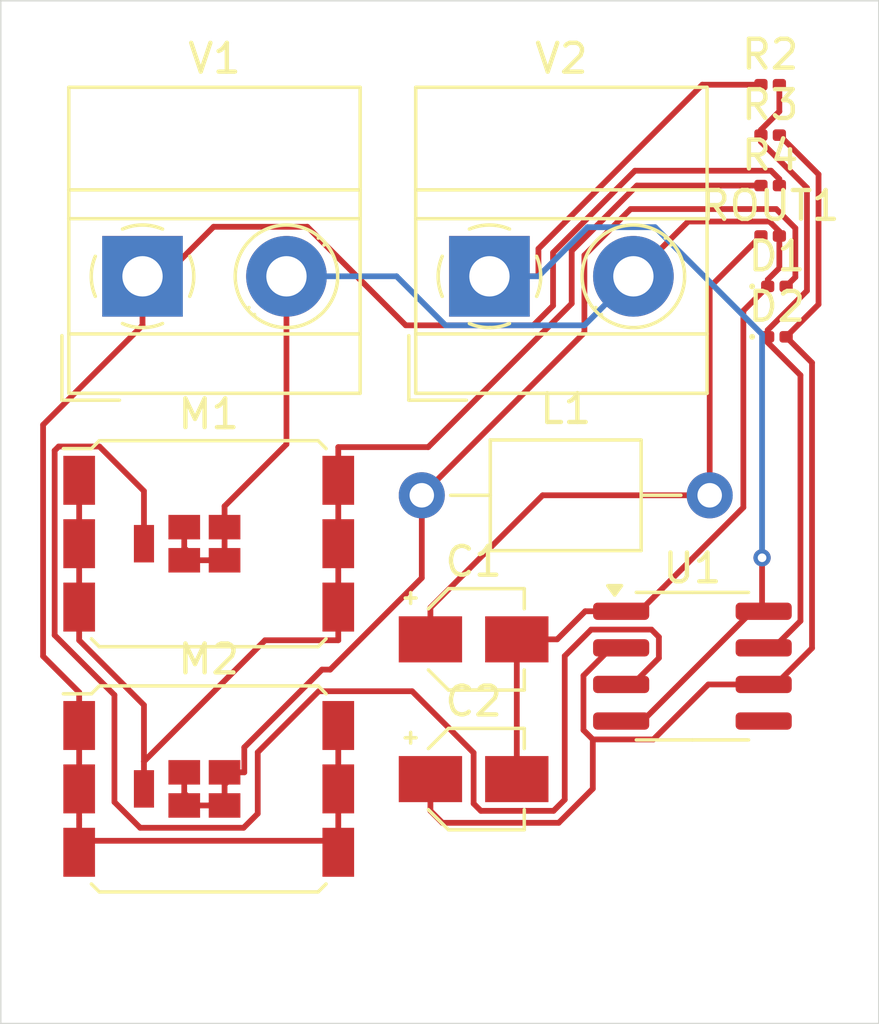
<source format=kicad_pcb>
(kicad_pcb (version 20240108) (generator "pcbnew") (generator_version "8.0")
  (layers (0 "F.Cu" signal) (31 "B.Cu" signal) (34 "B.Paste" user) (35 "F.Paste" user) (36 "B.SilkS" user "B.Silkscreen") (37 "F.SilkS" user "F.Silkscreen") (38 "B.Mask" user) (39 "F.Mask" user) (44 "Edge.Cuts" user))
  (net 0 "")
  (net 1 "0")
  (net 2 "Vo")
  (net 3 "Net-(D2--)")
  (net 4 "Net-(D1--)")
  (net 5 "Net-(D2-+)")
  (net 6 "Net-(M1-D)")
  (net 7 "Net-(M1-G)")
  (net 8 "Vs")
  (net 9 "Net-(U1-RST)")
  (footprint "Capacitor_SMD:CP_Elec_3x5.3" (layer "F.Cu") (at 94.425 80.515)
    (property "Reference" "C2" (at 0 -2.7 0) (layer "F.SilkS"))
    (property "Value" "0.1nF")
    (fp_line (start -2.375 -1.435) (end -2 -1.435) (stroke (width 0.12)) (layer "F.SilkS"))
    (fp_line (start -2.1875 -1.6225) (end -2.1875 -1.2475) (stroke (width 0.12)) (layer "F.SilkS"))
    (fp_line (start -1.570563 -1.06) (end -0.870563 -1.76) (stroke (width 0.12)) (layer "F.SilkS"))
    (fp_line (start -1.570563 1.06) (end -0.870563 1.76) (stroke (width 0.12)) (layer "F.SilkS"))
    (fp_line (start -0.870563 -1.76) (end 1.76 -1.76) (stroke (width 0.12)) (layer "F.SilkS"))
    (fp_line (start -0.870563 1.76) (end 1.76 1.76) (stroke (width 0.12)) (layer "F.SilkS"))
    (fp_line (start 1.76 -1.76) (end 1.76 -1.06) (stroke (width 0.12)) (layer "F.SilkS"))
    (fp_line (start 1.76 1.76) (end 1.76 1.06) (stroke (width 0.12)) (layer "F.SilkS"))
    (pad "1" smd rect (at -1.5 0) (size 2.2 1.6) (layers "F.Cu" "F.Paste" "F.Mask") (net 3 "Net-(D2--)"))
    (pad "2" smd rect (at 1.5 0) (size 2.2 1.6) (layers "F.Cu" "F.Paste" "F.Mask") (net 1 "0"))
  )
  (footprint "Resistor_SMD:R_0201_0603Metric" (layer "F.Cu") (at 104.725 58.165)
    (property "Reference" "R3" (at 0 -1.05 0) (layer "F.SilkS"))
    (property "Value" "56k")
    (pad "1" smd roundrect (at -0.32 0) (size 0.46 0.4) (layers "F.Cu" "F.Mask") (net 5 "Net-(D2-+)"))
    (pad "2" smd roundrect (at 0.32 0) (size 0.46 0.4) (layers "F.Cu" "F.Mask") (net 3 "Net-(D2--)"))
  )
  (footprint "Resistor_SMD:R_0201_0603Metric" (layer "F.Cu") (at 104.725 61.665)
    (property "Reference" "ROUT1" (at 0 -1.05 0) (layer "F.SilkS"))
    (property "Value" "1.15")
    (pad "1" smd roundrect (at -0.32 0) (size 0.46 0.4) (layers "F.Cu" "F.Mask") (net 2 "Vo"))
    (pad "2" smd roundrect (at 0.32 0) (size 0.46 0.4) (layers "F.Cu" "F.Mask") (net 1 "0"))
  )
  (footprint "Capacitor_SMD:CP_Elec_3x5.3" (layer "F.Cu") (at 94.425 75.665)
    (property "Reference" "C1" (at 0 -2.7 0) (layer "F.SilkS"))
    (property "Value" "6.6µ")
    (fp_line (start -2.375 -1.435) (end -2 -1.435) (stroke (width 0.12)) (layer "F.SilkS"))
    (fp_line (start -2.1875 -1.6225) (end -2.1875 -1.2475) (stroke (width 0.12)) (layer "F.SilkS"))
    (fp_line (start -1.570563 -1.06) (end -0.870563 -1.76) (stroke (width 0.12)) (layer "F.SilkS"))
    (fp_line (start -1.570563 1.06) (end -0.870563 1.76) (stroke (width 0.12)) (layer "F.SilkS"))
    (fp_line (start -0.870563 -1.76) (end 1.76 -1.76) (stroke (width 0.12)) (layer "F.SilkS"))
    (fp_line (start -0.870563 1.76) (end 1.76 1.76) (stroke (width 0.12)) (layer "F.SilkS"))
    (fp_line (start 1.76 -1.76) (end 1.76 -1.06) (stroke (width 0.12)) (layer "F.SilkS"))
    (fp_line (start 1.76 1.76) (end 1.76 1.06) (stroke (width 0.12)) (layer "F.SilkS"))
    (pad "1" smd rect (at -1.5 0) (size 2.2 1.6) (layers "F.Cu" "F.Paste" "F.Mask") (net 2 "Vo"))
    (pad "2" smd rect (at 1.5 0) (size 2.2 1.6) (layers "F.Cu" "F.Paste" "F.Mask") (net 1 "0"))
  )
  (footprint "Package_SO:SOIC-8_3.9x4.9mm_P1.27mm" (layer "F.Cu") (at 102.025 76.595)
    (property "Reference" "U1" (at 0 -3.4 0) (layer "F.SilkS"))
    (property "Value" "NE555")
    (fp_line (start 0 -2.56) (end -1.95 -2.56) (stroke (width 0.12)) (layer "F.SilkS"))
    (fp_line (start 0 -2.56) (end 1.95 -2.56) (stroke (width 0.12)) (layer "F.SilkS"))
    (fp_line (start 0 2.56) (end -1.95 2.56) (stroke (width 0.12)) (layer "F.SilkS"))
    (fp_line (start 0 2.56) (end 1.95 2.56) (stroke (width 0.12)) (layer "F.SilkS"))
    (fp_poly (pts (xy -2.7 -2.465) (xy -2.94 -2.795) (xy -2.46 -2.795) (xy -2.7 -2.465)) (stroke (width 0.12)) (fill solid) (layer "F.SilkS"))
    (pad "1" smd roundrect (at -2.475 -1.905) (size 1.95 0.6) (layers "F.Cu" "F.Paste" "F.Mask") (net 1 "0"))
    (pad "2" smd roundrect (at -2.475 -0.635) (size 1.95 0.6) (layers "F.Cu" "F.Paste" "F.Mask") (net 3 "Net-(D2--)"))
    (pad "3" smd roundrect (at -2.475 0.635) (size 1.95 0.6) (layers "F.Cu" "F.Paste" "F.Mask") (net 7 "Net-(M1-G)"))
    (pad "4" smd roundrect (at -2.475 1.905) (size 1.95 0.6) (layers "F.Cu" "F.Paste" "F.Mask") (net 9 "Net-(U1-RST)"))
    (pad "5" smd roundrect (at 2.475 1.905) (size 1.95 0.6) (layers "F.Cu" "F.Paste" "F.Mask"))
    (pad "6" smd roundrect (at 2.475 0.635) (size 1.95 0.6) (layers "F.Cu" "F.Paste" "F.Mask") (net 3 "Net-(D2--)"))
    (pad "7" smd roundrect (at 2.475 -0.635) (size 1.95 0.6) (layers "F.Cu" "F.Paste" "F.Mask") (net 5 "Net-(D2-+)"))
    (pad "8" smd roundrect (at 2.475 -1.905) (size 1.95 0.6) (layers "F.Cu" "F.Paste" "F.Mask") (net 9 "Net-(U1-RST)"))
  )
  (footprint "TerminalBlock_MetzConnect:TerminalBlock_MetzConnect_Type011_RT05502HBWC_1x02_P5.00mm_Horizontal" (layer "F.Cu") (at 82.925 63.065)
    (property "Reference" "V1" (at 2.5 -7.56 0) (layer "F.SilkS"))
    (property "Value" "24v")
    (fp_line (start -2.8 2.06) (end -2.8 4.3) (stroke (width 0.12)) (layer "F.SilkS"))
    (fp_line (start -2.8 4.3) (end -0.8 4.3) (stroke (width 0.12)) (layer "F.SilkS"))
    (fp_line (start -2.56 -6.56) (end -2.56 4.06) (stroke (width 0.12)) (layer "F.SilkS"))
    (fp_line (start -2.56 -6.56) (end 7.56 -6.56) (stroke (width 0.12)) (layer "F.SilkS"))
    (fp_line (start -2.56 -3) (end 7.56 -3) (stroke (width 0.12)) (layer "F.SilkS"))
    (fp_line (start -2.56 -2) (end 7.56 -2) (stroke (width 0.12)) (layer "F.SilkS"))
    (fp_line (start -2.56 2) (end 7.56 2) (stroke (width 0.12)) (layer "F.SilkS"))
    (fp_line (start -2.56 4.06) (end 7.56 4.06) (stroke (width 0.12)) (layer "F.SilkS"))
    (fp_line (start 3.7 1.083) (end 3.65 1.133) (stroke (width 0.12)) (layer "F.SilkS"))
    (fp_line (start 3.892 1.325) (end 3.868 1.35) (stroke (width 0.12)) (layer "F.SilkS"))
    (fp_line (start 6.133 -1.35) (end 6.108 -1.326) (stroke (width 0.12)) (layer "F.SilkS"))
    (fp_line (start 6.35 -1.133) (end 6.301 -1.083) (stroke (width 0.12)) (layer "F.SilkS"))
    (fp_line (start 7.56 -6.56) (end 7.56 4.06) (stroke (width 0.12)) (layer "F.SilkS"))
    (fp_arc (start -1.639206 0.695516) (mid -1.780657 -0.000263) (end -1.639 -0.696) (stroke (width 0.12)) (layer "F.SilkS"))
    (fp_arc (start -0.695516 -1.639206) (mid 0.000263 -1.780657) (end 0.696 -1.639) (stroke (width 0.12)) (layer "F.SilkS"))
    (fp_arc (start 0.030814 1.78039) (mid -0.340023 1.747891) (end -0.696 1.639) (stroke (width 0.12)) (layer "F.SilkS"))
    (fp_arc (start 0.695501 1.638499) (mid 0.354875 1.744266) (end 0 1.78) (stroke (width 0.12)) (layer "F.SilkS"))
    (fp_arc (start 1.639206 -0.695516) (mid 1.780657 0.000263) (end 1.639 0.696) (stroke (width 0.12)) (layer "F.SilkS"))
    (fp_circle (center 5 0) (end 6.78 0) (stroke (width 0.12)) (fill none) (layer "F.SilkS"))
    (pad "1" thru_hole rect (at 0 0) (size 2.8 2.8) (drill 1.4) (layers "*.Cu" "*.Mask") (net 8 "Vs"))
    (pad "2" thru_hole circle (at 5 0) (size 2.8 2.8) (drill 1.4) (layers "*.Cu" "*.Mask") (net 1 "0"))
  )
  (footprint "Diode_SMD:D_0201_0603Metric" (layer "F.Cu") (at 104.96 63.415)
    (property "Reference" "D1" (at 0 -1.05 0) (layer "F.SilkS"))
    (property "Value" "D")
    (fp_circle (center -0.86 0) (end -0.81 0) (stroke (width 0.1)) (fill none) (layer "F.SilkS"))
    (pad "1" smd roundrect (at -0.32 0) (size 0.46 0.4) (layers "F.Cu" "F.Mask") (net 1 "0"))
    (pad "2" smd roundrect (at 0.32 0) (size 0.46 0.4) (layers "F.Cu" "F.Mask") (net 4 "Net-(D1--)"))
  )
  (footprint "Package_DirectFET:DirectFET_L4" (layer "F.Cu") (at 85.225 72.345)
    (property "Reference" "M1" (at 0 -4.5 0) (layer "F.SilkS"))
    (property "Value" "BSZ065N06LS5")
    (fp_line (start -5.05 -3.3) (end -4.075 -3.3) (stroke (width 0.12)) (layer "F.SilkS"))
    (fp_line (start -4.075 -3.3) (end -3.8 -3.575) (stroke (width 0.12)) (layer "F.SilkS"))
    (fp_line (start -4.075 3.3) (end -3.8 3.575) (stroke (width 0.12)) (layer "F.SilkS"))
    (fp_line (start 3.8 -3.575) (end -3.8 -3.575) (stroke (width 0.12)) (layer "F.SilkS"))
    (fp_line (start 3.8 3.575) (end -3.8 3.575) (stroke (width 0.12)) (layer "F.SilkS"))
    (fp_line (start 4.075 -3.3) (end 3.8 -3.575) (stroke (width 0.12)) (layer "F.SilkS"))
    (fp_line (start 4.075 3.3) (end 3.8 3.575) (stroke (width 0.12)) (layer "F.SilkS"))
    (pad "1" smd rect (at -4.5 -2.2) (size 1.1 1.7) (layers "F.Cu" "F.Paste" "F.Mask") (net 6 "Net-(M1-D)"))
    (pad "1" smd rect (at -4.5 0) (size 1.1 1.7) (layers "F.Cu" "F.Paste" "F.Mask") (net 6 "Net-(M1-D)"))
    (pad "1" smd rect (at -4.5 2.2) (size 1.1 1.7) (layers "F.Cu" "F.Paste" "F.Mask") (net 6 "Net-(M1-D)"))
    (pad "1" smd rect (at 4.5 -2.2) (size 1.1 1.7) (layers "F.Cu" "F.Paste" "F.Mask") (net 6 "Net-(M1-D)"))
    (pad "1" smd rect (at 4.5 0) (size 1.1 1.7) (layers "F.Cu" "F.Paste" "F.Mask") (net 6 "Net-(M1-D)"))
    (pad "1" smd rect (at 4.5 2.2) (size 1.1 1.7) (layers "F.Cu" "F.Paste" "F.Mask") (net 6 "Net-(M1-D)"))
    (pad "2" smd rect (at -2.25 0) (size 0.7 1.3) (layers "F.Cu" "F.Paste" "F.Mask") (net 7 "Net-(M1-G)"))
    (pad "3" smd rect (at -0.85 -0.575) (size 1.1 0.85) (layers "F.Cu" "F.Paste" "F.Mask") (net 1 "0"))
    (pad "3" smd rect (at -0.85 0.575) (size 1.1 0.85) (layers "F.Cu" "F.Paste" "F.Mask") (net 1 "0"))
    (pad "3" smd rect (at 0.55 -0.575) (size 1.1 0.85) (layers "F.Cu" "F.Paste" "F.Mask") (net 1 "0"))
    (pad "3" smd rect (at 0.55 0.575) (size 1.1 0.85) (layers "F.Cu" "F.Paste" "F.Mask") (net 1 "0"))
  )
  (footprint "Package_DirectFET:DirectFET_L4" (layer "F.Cu") (at 85.225 80.855)
    (property "Reference" "M2" (at 0 -4.5 0) (layer "F.SilkS"))
    (property "Value" "BSZ065N06LS5")
    (fp_line (start -5.05 -3.3) (end -4.075 -3.3) (stroke (width 0.12)) (layer "F.SilkS"))
    (fp_line (start -4.075 -3.3) (end -3.8 -3.575) (stroke (width 0.12)) (layer "F.SilkS"))
    (fp_line (start -4.075 3.3) (end -3.8 3.575) (stroke (width 0.12)) (layer "F.SilkS"))
    (fp_line (start 3.8 -3.575) (end -3.8 -3.575) (stroke (width 0.12)) (layer "F.SilkS"))
    (fp_line (start 3.8 3.575) (end -3.8 3.575) (stroke (width 0.12)) (layer "F.SilkS"))
    (fp_line (start 4.075 -3.3) (end 3.8 -3.575) (stroke (width 0.12)) (layer "F.SilkS"))
    (fp_line (start 4.075 3.3) (end 3.8 3.575) (stroke (width 0.12)) (layer "F.SilkS"))
    (pad "1" smd rect (at -4.5 -2.2) (size 1.1 1.7) (layers "F.Cu" "F.Paste" "F.Mask") (net 8 "Vs"))
    (pad "1" smd rect (at -4.5 0) (size 1.1 1.7) (layers "F.Cu" "F.Paste" "F.Mask") (net 8 "Vs"))
    (pad "1" smd rect (at -4.5 2.2) (size 1.1 1.7) (layers "F.Cu" "F.Paste" "F.Mask") (net 8 "Vs"))
    (pad "1" smd rect (at 4.5 -2.2) (size 1.1 1.7) (layers "F.Cu" "F.Paste" "F.Mask") (net 8 "Vs"))
    (pad "1" smd rect (at 4.5 0) (size 1.1 1.7) (layers "F.Cu" "F.Paste" "F.Mask") (net 8 "Vs"))
    (pad "1" smd rect (at 4.5 2.2) (size 1.1 1.7) (layers "F.Cu" "F.Paste" "F.Mask") (net 8 "Vs"))
    (pad "2" smd rect (at -2.25 0) (size 0.7 1.3) (layers "F.Cu" "F.Paste" "F.Mask") (net 6 "Net-(M1-D)"))
    (pad "3" smd rect (at -0.85 -0.575) (size 1.1 0.85) (layers "F.Cu" "F.Paste" "F.Mask") (net 4 "Net-(D1--)"))
    (pad "3" smd rect (at -0.85 0.575) (size 1.1 0.85) (layers "F.Cu" "F.Paste" "F.Mask") (net 4 "Net-(D1--)"))
    (pad "3" smd rect (at 0.55 -0.575) (size 1.1 0.85) (layers "F.Cu" "F.Paste" "F.Mask") (net 4 "Net-(D1--)"))
    (pad "3" smd rect (at 0.55 0.575) (size 1.1 0.85) (layers "F.Cu" "F.Paste" "F.Mask") (net 4 "Net-(D1--)"))
  )
  (footprint "Resistor_SMD:R_0201_0603Metric" (layer "F.Cu") (at 104.725 56.415)
    (property "Reference" "R2" (at 0 -1.05 0) (layer "F.SilkS"))
    (property "Value" "100k")
    (pad "1" smd roundrect (at -0.32 0) (size 0.46 0.4) (layers "F.Cu" "F.Mask") (net 9 "Net-(U1-RST)"))
    (pad "2" smd roundrect (at 0.32 0) (size 0.46 0.4) (layers "F.Cu" "F.Mask") (net 5 "Net-(D2-+)"))
  )
  (footprint "Diode_SMD:D_0201_0603Metric" (layer "F.Cu") (at 104.96 65.165)
    (property "Reference" "D2" (at 0 -1.05 0) (layer "F.SilkS"))
    (property "Value" "1N4148")
    (fp_circle (center -0.86 0) (end -0.81 0) (stroke (width 0.1)) (fill none) (layer "F.SilkS"))
    (pad "1" smd roundrect (at -0.32 0) (size 0.46 0.4) (layers "F.Cu" "F.Mask") (net 5 "Net-(D2-+)"))
    (pad "2" smd roundrect (at 0.32 0) (size 0.46 0.4) (layers "F.Cu" "F.Mask") (net 3 "Net-(D2--)"))
  )
  (footprint "TerminalBlock_MetzConnect:TerminalBlock_MetzConnect_Type011_RT05502HBWC_1x02_P5.00mm_Horizontal" (layer "F.Cu") (at 94.975 63.065)
    (property "Reference" "V2" (at 2.5 -7.56 0) (layer "F.SilkS"))
    (property "Value" "5")
    (fp_line (start -2.8 2.06) (end -2.8 4.3) (stroke (width 0.12)) (layer "F.SilkS"))
    (fp_line (start -2.8 4.3) (end -0.8 4.3) (stroke (width 0.12)) (layer "F.SilkS"))
    (fp_line (start -2.56 -6.56) (end -2.56 4.06) (stroke (width 0.12)) (layer "F.SilkS"))
    (fp_line (start -2.56 -6.56) (end 7.56 -6.56) (stroke (width 0.12)) (layer "F.SilkS"))
    (fp_line (start -2.56 -3) (end 7.56 -3) (stroke (width 0.12)) (layer "F.SilkS"))
    (fp_line (start -2.56 -2) (end 7.56 -2) (stroke (width 0.12)) (layer "F.SilkS"))
    (fp_line (start -2.56 2) (end 7.56 2) (stroke (width 0.12)) (layer "F.SilkS"))
    (fp_line (start -2.56 4.06) (end 7.56 4.06) (stroke (width 0.12)) (layer "F.SilkS"))
    (fp_line (start 3.7 1.083) (end 3.65 1.133) (stroke (width 0.12)) (layer "F.SilkS"))
    (fp_line (start 3.892 1.325) (end 3.868 1.35) (stroke (width 0.12)) (layer "F.SilkS"))
    (fp_line (start 6.133 -1.35) (end 6.108 -1.326) (stroke (width 0.12)) (layer "F.SilkS"))
    (fp_line (start 6.35 -1.133) (end 6.301 -1.083) (stroke (width 0.12)) (layer "F.SilkS"))
    (fp_line (start 7.56 -6.56) (end 7.56 4.06) (stroke (width 0.12)) (layer "F.SilkS"))
    (fp_arc (start -1.639206 0.695516) (mid -1.780657 -0.000263) (end -1.639 -0.696) (stroke (width 0.12)) (layer "F.SilkS"))
    (fp_arc (start -0.695516 -1.639206) (mid 0.000263 -1.780657) (end 0.696 -1.639) (stroke (width 0.12)) (layer "F.SilkS"))
    (fp_arc (start 0.030814 1.78039) (mid -0.340023 1.747891) (end -0.696 1.639) (stroke (width 0.12)) (layer "F.SilkS"))
    (fp_arc (start 0.695501 1.638499) (mid 0.354875 1.744266) (end 0 1.78) (stroke (width 0.12)) (layer "F.SilkS"))
    (fp_arc (start 1.639206 -0.695516) (mid 1.780657 0.000263) (end 1.639 0.696) (stroke (width 0.12)) (layer "F.SilkS"))
    (fp_circle (center 5 0) (end 6.78 0) (stroke (width 0.12)) (fill none) (layer "F.SilkS"))
    (pad "1" thru_hole rect (at 0 0) (size 2.8 2.8) (drill 1.4) (layers "*.Cu" "*.Mask") (net 9 "Net-(U1-RST)"))
    (pad "2" thru_hole circle (at 5 0) (size 2.8 2.8) (drill 1.4) (layers "*.Cu" "*.Mask") (net 1 "0"))
  )
  (footprint "Inductor_THT:L_Axial_L5.0mm_D3.6mm_P10.00mm_Horizontal_Murata_BL01RN1A2A2" (layer "F.Cu") (at 92.625 70.665)
    (property "Reference" "L1" (at 5 -3 0) (layer "F.SilkS"))
    (property "Value" "100µ")
    (fp_line (start 1 0) (end 2.38 0) (stroke (width 0.12)) (layer "F.SilkS"))
    (fp_line (start 2.38 -1.92) (end 2.38 1.92) (stroke (width 0.12)) (layer "F.SilkS"))
    (fp_line (start 2.38 1.92) (end 7.62 1.92) (stroke (width 0.12)) (layer "F.SilkS"))
    (fp_line (start 7.62 -1.92) (end 2.38 -1.92) (stroke (width 0.12)) (layer "F.SilkS"))
    (fp_line (start 7.62 1.92) (end 7.62 -1.92) (stroke (width 0.12)) (layer "F.SilkS"))
    (fp_line (start 9 0) (end 7.62 0) (stroke (width 0.12)) (layer "F.SilkS"))
    (pad "1" thru_hole circle (at 0 0) (size 1.6 1.6) (drill 0.85) (layers "*.Cu" "*.Mask") (net 4 "Net-(D1--)"))
    (pad "2" thru_hole oval (at 10 0) (size 1.6 1.6) (drill 0.85) (layers "*.Cu" "*.Mask") (net 2 "Vo"))
  )
  (footprint "Resistor_SMD:R_0201_0603Metric" (layer "F.Cu") (at 104.725 59.915)
    (property "Reference" "R4" (at 0 -1.05 0) (layer "F.SilkS"))
    (property "Value" "1k")
    (pad "1" smd roundrect (at -0.32 0) (size 0.46 0.4) (layers "F.Cu" "F.Mask") (net 6 "Net-(M1-D)"))
    (pad "2" smd roundrect (at 0.32 0) (size 0.46 0.4) (layers "F.Cu" "F.Mask") (net 8 "Vs"))
  )
  (gr_rect (start 78 53.5) (end 108.5 89) (stroke (width 0.05)) (fill none) (layer "Edge.Cuts"))
  (segment (start 95.925 75.665) (end 97.3267 75.665) (width 0.2) (layer "F.Cu") (net 1))
  (segment (start 84.8009 72.92) (end 84.3776 72.4967) (width 0.2) (layer "F.Cu") (net 1))
  (segment (start 84.3776 72.4967) (end 84.375 72.4967) (width 0.2) (layer "F.Cu") (net 1))
  (segment (start 105.045 61.665) (end 105.045 61.5063) (width 0.2) (layer "F.Cu") (net 1))
  (segment (start 103.7946 71.0866) (end 103.7946 64.2604) (width 0.2) (layer "F.Cu") (net 1))
  (segment (start 105.045 61.665) (end 105.045 62.7772) (width 0.2) (layer "F.Cu") (net 1))
  (segment (start 101.8771 61.1629) (end 99.975 63.065) (width 0.2) (layer "F.Cu") (net 1))
  (segment (start 104.7016 61.1629) (end 101.8771 61.1629) (width 0.2) (layer "F.Cu") (net 1))
  (segment (start 85.775 72.92) (end 85.2267 72.92) (width 0.2) (layer "F.Cu") (net 1))
  (segment (start 103.7946 64.2604) (end 104.64 63.415) (width 0.2) (layer "F.Cu") (net 1))
  (segment (start 99.55 74.69) (end 100.1912 74.69) (width 0.2) (layer "F.Cu") (net 1))
  (segment (start 84.8009 72.92) (end 85.2267 72.92) (width 0.2) (layer "F.Cu") (net 1))
  (segment (start 105.045 62.7772) (end 104.64 63.1822) (width 0.2) (layer "F.Cu") (net 1))
  (segment (start 85.775 71.77) (end 85.775 71.0433) (width 0.2) (layer "F.Cu") (net 1))
  (segment (start 98.3017 74.69) (end 99.55 74.69) (width 0.2) (layer "F.Cu") (net 1))
  (segment (start 97.3267 75.665) (end 98.3017 74.69) (width 0.2) (layer "F.Cu") (net 1))
  (segment (start 84.375 72.92) (end 84.8009 72.92) (width 0.2) (layer "F.Cu") (net 1))
  (segment (start 95.925 80.515) (end 95.925 75.665) (width 0.2) (layer "F.Cu") (net 1))
  (segment (start 105.045 61.5063) (end 104.7016 61.1629) (width 0.2) (layer "F.Cu") (net 1))
  (segment (start 87.925 63.065) (end 87.925 68.8933) (width 0.2) (layer "F.Cu") (net 1))
  (segment (start 84.375 71.77) (end 84.375 72.4967) (width 0.2) (layer "F.Cu") (net 1))
  (segment (start 85.775 72.92) (end 85.775 71.77) (width 0.2) (layer "F.Cu") (net 1))
  (segment (start 87.925 68.8933) (end 85.775 71.0433) (width 0.2) (layer "F.Cu") (net 1))
  (segment (start 100.1912 74.69) (end 103.7946 71.0866) (width 0.2) (layer "F.Cu") (net 1))
  (segment (start 104.64 63.1822) (end 104.64 63.415) (width 0.2) (layer "F.Cu") (net 1))
  (segment (start 87.925 63.065) (end 91.7484 63.065) (width 0.2) (layer "B.Cu") (net 1))
  (segment (start 93.45 64.7667) (end 98.2733 64.7667) (width 0.2) (layer "B.Cu") (net 1))
  (segment (start 91.7484 63.065) (end 91.7484 63.0651) (width 0.2) (layer "B.Cu") (net 1))
  (segment (start 91.7484 63.0651) (end 93.45 64.7667) (width 0.2) (layer "B.Cu") (net 1))
  (segment (start 98.2733 64.7667) (end 99.975 63.065) (width 0.2) (layer "B.Cu") (net 1))
  (segment (start 92.925 74.5633) (end 96.8233 70.665) (width 0.2) (layer "F.Cu") (net 2))
  (segment (start 102.625 70.665) (end 102.625 63.445) (width 0.2) (layer "F.Cu") (net 2))
  (segment (start 102.625 63.445) (end 104.405 61.665) (width 0.2) (layer "F.Cu") (net 2))
  (segment (start 96.8233 70.665) (end 102.625 70.665) (width 0.2) (layer "F.Cu") (net 2))
  (segment (start 92.925 75.665) (end 92.925 74.5633) (width 0.2) (layer "F.Cu") (net 2))
  (segment (start 106.1794 75.968) (end 104.9174 77.23) (width 0.2) (layer "F.Cu") (net 3))
  (segment (start 106.1794 66.0644) (end 106.1794 75.968) (width 0.2) (layer "F.Cu") (net 3))
  (segment (start 106.4057 59.5257) (end 105.045 58.165) (width 0.2) (layer "F.Cu") (net 3))
  (segment (start 93.3403 82.032) (end 92.925 81.6167) (width 0.2) (layer "F.Cu") (net 3))
  (segment (start 98.2408 76.9244) (end 99.2052 75.96) (width 0.2) (layer "F.Cu") (net 3))
  (segment (start 105.28 65.165) (end 106.1794 66.0644) (width 0.2) (layer "F.Cu") (net 3))
  (segment (start 104.9174 77.23) (end 104.5 77.23) (width 0.2) (layer "F.Cu") (net 3))
  (segment (start 104.5 77.23) (end 102.5783 77.23) (width 0.2) (layer "F.Cu") (net 3))
  (segment (start 99.2052 75.96) (end 99.55 75.96) (width 0.2) (layer "F.Cu") (net 3))
  (segment (start 100.6697 79.1386) (end 98.5651 79.1386) (width 0.2) (layer "F.Cu") (net 3))
  (segment (start 92.925 80.515) (end 92.925 81.6167) (width 0.2) (layer "F.Cu") (net 3))
  (segment (start 102.5783 77.23) (end 100.6697 79.1386) (width 0.2) (layer "F.Cu") (net 3))
  (segment (start 98.5651 79.1386) (end 98.2408 78.8143) (width 0.2) (layer "F.Cu") (net 3))
  (segment (start 97.3817 82.032) (end 93.3403 82.032) (width 0.2) (layer "F.Cu") (net 3))
  (segment (start 98.5651 79.1386) (end 98.5651 80.8486) (width 0.2) (layer "F.Cu") (net 3))
  (segment (start 98.5651 80.8486) (end 97.3817 82.032) (width 0.2) (layer "F.Cu") (net 3))
  (segment (start 105.28 65.165) (end 106.4057 64.0393) (width 0.2) (layer "F.Cu") (net 3))
  (segment (start 98.2408 78.8143) (end 98.2408 76.9244) (width 0.2) (layer "F.Cu") (net 3))
  (segment (start 106.4057 64.0393) (end 106.4057 59.5257) (width 0.2) (layer "F.Cu") (net 3))
  (segment (start 86.2009 80.28) (end 85.7776 80.7033) (width 0.2) (layer "F.Cu") (net 4))
  (segment (start 98.2733 62.3347) (end 99.8773 60.7307) (width 0.2) (layer "F.Cu") (net 4))
  (segment (start 86.4604 79.4135) (end 86.4604 80.28) (width 0.2) (layer "F.Cu") (net 4))
  (segment (start 84.375 80.28) (end 84.375 81.0067) (width 0.2) (layer "F.Cu") (net 4))
  (segment (start 84.8009 81.43) (end 84.3776 81.0067) (width 0.2) (layer "F.Cu") (net 4))
  (segment (start 98.2733 65.0167) (end 98.2733 62.3347) (width 0.2) (layer "F.Cu") (net 4))
  (segment (start 89.4431 76.7148) (end 89.1591 76.7148) (width 0.2) (layer "F.Cu") (net 4))
  (segment (start 99.8773 60.7307) (end 104.9377 60.7307) (width 0.2) (layer "F.Cu") (net 4))
  (segment (start 85.7776 80.7033) (end 85.775 80.7033) (width 0.2) (layer "F.Cu") (net 4))
  (segment (start 85.775 80.28) (end 86.2009 80.28) (width 0.2) (layer "F.Cu") (net 4))
  (segment (start 104.9377 60.7307) (end 105.6011 61.3941) (width 0.2) (layer "F.Cu") (net 4))
  (segment (start 105.6011 61.3941) (end 105.6011 63.0939) (width 0.2) (layer "F.Cu") (net 4))
  (segment (start 92.625 70.665) (end 92.625 73.5329) (width 0.2) (layer "F.Cu") (net 4))
  (segment (start 84.8009 81.43) (end 85.2267 81.43) (width 0.2) (layer "F.Cu") (net 4))
  (segment (start 89.1591 76.7148) (end 86.4604 79.4135) (width 0.2) (layer "F.Cu") (net 4))
  (segment (start 105.6011 63.0939) (end 105.28 63.415) (width 0.2) (layer "F.Cu") (net 4))
  (segment (start 84.3776 81.0067) (end 84.375 81.0067) (width 0.2) (layer "F.Cu") (net 4))
  (segment (start 86.2009 80.28) (end 86.4604 80.28) (width 0.2) (layer "F.Cu") (net 4))
  (segment (start 85.775 81.43) (end 85.775 80.7033) (width 0.2) (layer "F.Cu") (net 4))
  (segment (start 84.375 81.43) (end 84.8009 81.43) (width 0.2) (layer "F.Cu") (net 4))
  (segment (start 85.775 81.43) (end 85.2267 81.43) (width 0.2) (layer "F.Cu") (net 4))
  (segment (start 92.625 70.665) (end 98.2733 65.0167) (width 0.2) (layer "F.Cu") (net 4))
  (segment (start 92.625 73.5329) (end 89.4431 76.7148) (width 0.2) (layer "F.Cu") (net 4))
  (segment (start 104.405 57.9813) (end 104.405 58.165) (width 0.2) (layer "F.Cu") (net 5))
  (segment (start 104.5 75.96) (end 104.8447 75.96) (width 0.2) (layer "F.Cu") (net 5))
  (segment (start 105.045 56.415) (end 105.045 57.3413) (width 0.2) (layer "F.Cu") (net 5))
  (segment (start 105.7777 66.4973) (end 104.64 65.3596) (width 0.2) (layer "F.Cu") (net 5))
  (segment (start 104.8447 75.96) (end 105.7777 75.027) (width 0.2) (layer "F.Cu") (net 5))
  (segment (start 105.045 57.3413) (end 104.405 57.9813) (width 0.2) (layer "F.Cu") (net 5))
  (segment (start 106.0028 59.9923) (end 106.0028 63.5673) (width 0.2) (layer "F.Cu") (net 5))
  (segment (start 104.64 64.9301) (end 104.64 65.165) (width 0.2) (layer "F.Cu") (net 5))
  (segment (start 104.64 65.3596) (end 104.64 65.165) (width 0.2) (layer "F.Cu") (net 5))
  (segment (start 106.0028 63.5673) (end 104.64 64.9301) (width 0.2) (layer "F.Cu") (net 5))
  (segment (start 105.7777 75.027) (end 105.7777 66.4973) (width 0.2) (layer "F.Cu") (net 5))
  (segment (start 104.405 58.165) (end 104.405 58.3945) (width 0.2) (layer "F.Cu") (net 5))
  (segment (start 104.405 58.3945) (end 106.0028 59.9923) (width 0.2) (layer "F.Cu") (net 5))
  (segment (start 87.1816 75.6967) (end 82.975 79.9033) (width 0.2) (layer "F.Cu") (net 6))
  (segment (start 100.0974 59.915) (end 104.405 59.915) (width 0.2) (layer "F.Cu") (net 6))
  (segment (start 80.725 72.345) (end 80.725 70.145) (width 0.2) (layer "F.Cu") (net 6))
  (segment (start 97.8319 64.0098) (end 97.8319 62.1805) (width 0.2) (layer "F.Cu") (net 6))
  (segment (start 89.725 74.545) (end 89.725 75.6967) (width 0.2) (layer "F.Cu") (net 6))
  (segment (start 80.725 74.545) (end 80.725 75.6967) (width 0.2) (layer "F.Cu") (net 6))
  (segment (start 92.8484 68.9933) (end 97.8319 64.0098) (width 0.2) (layer "F.Cu") (net 6))
  (segment (start 89.725 74.545) (end 89.725 72.345) (width 0.2) (layer "F.Cu") (net 6))
  (segment (start 89.725 72.345) (end 89.725 70.145) (width 0.2) (layer "F.Cu") (net 6))
  (segment (start 89.725 70.145) (end 89.725 68.9933) (width 0.2) (layer "F.Cu") (net 6))
  (segment (start 89.725 68.9933) (end 92.8484 68.9933) (width 0.2) (layer "F.Cu") (net 6))
  (segment (start 80.725 75.6967) (end 82.975 77.9467) (width 0.2) (layer "F.Cu") (net 6))
  (segment (start 89.725 75.6967) (end 87.1816 75.6967) (width 0.2) (layer "F.Cu") (net 6))
  (segment (start 80.725 74.545) (end 80.725 72.345) (width 0.2) (layer "F.Cu") (net 6))
  (segment (start 82.975 77.9467) (end 82.975 79.9033) (width 0.2) (layer "F.Cu") (net 6))
  (segment (start 97.8319 62.1805) (end 100.0974 59.915) (width 0.2) (layer "F.Cu") (net 6))
  (segment (start 82.975 80.855) (end 82.975 79.9033) (width 0.2) (layer "F.Cu") (net 6))
  (segment (start 89.0454 77.466) (end 92.2902 77.466) (width 0.2) (layer "F.Cu") (net 7))
  (segment (start 94.425 79.6008) (end 94.425 81.3647) (width 0.2) (layer "F.Cu") (net 7))
  (segment (start 81.95 77.5967) (end 81.95 81.3112) (width 0.2) (layer "F.Cu") (net 7))
  (segment (start 79.8733 69.1124) (end 79.8733 75.52) (width 0.2) (layer "F.Cu") (net 7))
  (segment (start 97.2018 81.6167) (end 97.5896 81.2289) (width 0.2) (layer "F.Cu") (net 7))
  (segment (start 99.9436 77.23) (end 99.55 77.23) (width 0.2) (layer "F.Cu") (net 7))
  (segment (start 100.8601 76.3135) (end 99.9436 77.23) (width 0.2) (layer "F.Cu") (net 7))
  (segment (start 86.9269 81.7135) (end 86.9269 79.5845) (width 0.2) (layer "F.Cu") (net 7))
  (segment (start 94.677 81.6167) (end 97.2018 81.6167) (width 0.2) (layer "F.Cu") (net 7))
  (segment (start 100.6016 75.325) (end 100.8601 75.5835) (width 0.2) (layer "F.Cu") (net 7))
  (segment (start 97.5896 76.244) (end 98.5086 75.325) (width 0.2) (layer "F.Cu") (net 7))
  (segment (start 82.975 70.5183) (end 81.4278 68.9711) (width 0.2) (layer "F.Cu") (net 7))
  (segment (start 81.4278 68.9711) (end 80.0146 68.9711) (width 0.2) (layer "F.Cu") (net 7))
  (segment (start 86.4356 82.2048) (end 86.9269 81.7135) (width 0.2) (layer "F.Cu") (net 7))
  (segment (start 82.975 72.345) (end 82.975 70.5183) (width 0.2) (layer "F.Cu") (net 7))
  (segment (start 92.2902 77.466) (end 94.425 79.6008) (width 0.2) (layer "F.Cu") (net 7))
  (segment (start 86.9269 79.5845) (end 89.0454 77.466) (width 0.2) (layer "F.Cu") (net 7))
  (segment (start 81.95 81.3112) (end 82.8436 82.2048) (width 0.2) (layer "F.Cu") (net 7))
  (segment (start 100.8601 75.5835) (end 100.8601 76.3135) (width 0.2) (layer "F.Cu") (net 7))
  (segment (start 97.5896 81.2289) (end 97.5896 76.244) (width 0.2) (layer "F.Cu") (net 7))
  (segment (start 94.425 81.3647) (end 94.677 81.6167) (width 0.2) (layer "F.Cu") (net 7))
  (segment (start 98.5086 75.325) (end 100.6016 75.325) (width 0.2) (layer "F.Cu") (net 7))
  (segment (start 80.0146 68.9711) (end 79.8733 69.1124) (width 0.2) (layer "F.Cu") (net 7))
  (segment (start 82.8436 82.2048) (end 86.4356 82.2048) (width 0.2) (layer "F.Cu") (net 7))
  (segment (start 79.8733 75.52) (end 81.95 77.5967) (width 0.2) (layer "F.Cu") (net 7))
  (segment (start 80.725 82.505) (end 80.725 81.9033) (width 0.2) (layer "F.Cu") (net 8))
  (segment (start 80.725 81.9033) (end 80.725 80.855) (width 0.2) (layer "F.Cu") (net 8))
  (segment (start 89.725 82.6556) (end 89.725 80.855) (width 0.2) (layer "F.Cu") (net 8))
  (segment (start 80.725 83.055) (end 80.725 82.505) (width 0.2) (layer "F.Cu") (net 8))
  (segment (start 88.6485 61.3457) (end 92.0695 64.7667) (width 0.2) (layer "F.Cu") (net 8))
  (segment (start 80.725 82.505) (end 80.8756 82.6556) (width 0.2) (layer "F.Cu") (net 8))
  (segment (start 92.0695 64.7667) (end 96.5 64.7667) (width 0.2) (layer "F.Cu") (net 8))
  (segment (start 89.725 83.055) (end 89.725 82.6556) (width 0.2) (layer "F.Cu") (net 8))
  (segment (start 104.7555 59.3996) (end 105.045 59.6891) (width 0.2) (layer "F.Cu") (net 8))
  (segment (start 80.725 80.855) (end 80.725 78.655) (width 0.2) (layer "F.Cu") (net 8))
  (segment (start 97.1845 62.2444) (end 100.0293 59.3996) (width 0.2) (layer "F.Cu") (net 8))
  (segment (start 97.1845 64.0822) (end 97.1845 62.2444) (width 0.2) (layer "F.Cu") (net 8))
  (segment (start 96.5 64.7667) (end 97.1845 64.0822) (width 0.2) (layer "F.Cu") (net 8))
  (segment (start 85.3943 61.3457) (end 88.6485 61.3457) (width 0.2) (layer "F.Cu") (net 8))
  (segment (start 82.925 63.815) (end 82.925 64.7667) (width 0.2) (layer "F.Cu") (net 8))
  (segment (start 79.4716 76.2499) (end 80.725 77.5033) (width 0.2) (layer "F.Cu") (net 8))
  (segment (start 79.4716 68.2201) (end 79.4716 76.2499) (width 0.2) (layer "F.Cu") (net 8))
  (segment (start 100.0293 59.3996) (end 104.7555 59.3996) (width 0.2) (layer "F.Cu") (net 8))
  (segment (start 80.725 78.655) (end 80.725 77.5033) (width 0.2) (layer "F.Cu") (net 8))
  (segment (start 82.925 63.065) (end 82.925 63.815) (width 0.2) (layer "F.Cu") (net 8))
  (segment (start 82.925 63.815) (end 85.3943 61.3457) (width 0.2) (layer "F.Cu") (net 8))
  (segment (start 82.925 64.7667) (end 79.4716 68.2201) (width 0.2) (layer "F.Cu") (net 8))
  (segment (start 80.8756 82.6556) (end 89.725 82.6556) (width 0.2) (layer "F.Cu") (net 8))
  (segment (start 89.725 80.855) (end 89.725 78.655) (width 0.2) (layer "F.Cu") (net 8))
  (segment (start 105.045 59.6891) (end 105.045 59.915) (width 0.2) (layer "F.Cu") (net 8))
  (segment (start 102.3695 56.415) (end 96.6767 62.1078) (width 0.2) (layer "F.Cu") (net 9))
  (segment (start 100.2913 78.5) (end 104.1013 74.69) (width 0.2) (layer "F.Cu") (net 9))
  (segment (start 104.4444 72.8335) (end 104.4444 74.69) (width 0.2) (layer "F.Cu") (net 9))
  (segment (start 99.55 78.5) (end 100.2913 78.5) (width 0.2) (layer "F.Cu") (net 9))
  (segment (start 104.1013 74.69) (end 104.4444 74.69) (width 0.2) (layer "F.Cu") (net 9))
  (segment (start 96.6767 62.1078) (end 96.6767 63.065) (width 0.2) (layer "F.Cu") (net 9))
  (segment (start 104.405 56.415) (end 102.3695 56.415) (width 0.2) (layer "F.Cu") (net 9))
  (segment (start 94.975 63.065) (end 96.6767 63.065) (width 0.2) (layer "F.Cu") (net 9))
  (segment (start 104.4444 74.69) (end 104.5 74.69) (width 0.2) (layer "F.Cu") (net 9))
  (via (at 104.4444 72.8335) (size 0.6) (drill 0.3) (layers "F.Cu" "B.Cu") (net 9))
  (segment (start 96.6767 63.065) (end 98.3809 61.3608) (width 0.2) (layer "B.Cu") (net 9))
  (segment (start 98.3809 61.3608) (end 100.7283 61.3608) (width 0.2) (layer "B.Cu") (net 9))
  (segment (start 94.975 63.065) (end 96.6767 63.065) (width 0.2) (layer "B.Cu") (net 9))
  (segment (start 104.4444 65.0769) (end 104.4444 72.8335) (width 0.2) (layer "B.Cu") (net 9))
  (segment (start 100.7283 61.3608) (end 104.4444 65.0769) (width 0.2) (layer "B.Cu") (net 9))
)
</source>
